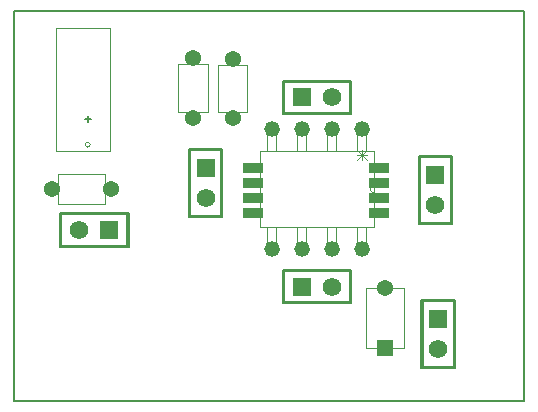
<source format=gbs>
G04*
G04 #@! TF.GenerationSoftware,Altium Limited,Altium Designer,21.0.8 (223)*
G04*
G04 Layer_Color=16711935*
%FSLAX25Y25*%
%MOIN*%
G70*
G04*
G04 #@! TF.SameCoordinates,E7718C12-BC85-45C8-BBF6-CE0E0CA18016*
G04*
G04*
G04 #@! TF.FilePolarity,Negative*
G04*
G01*
G75*
%ADD10C,0.00600*%
%ADD12C,0.00787*%
%ADD14C,0.00300*%
%ADD15C,0.00000*%
%ADD16C,0.00100*%
%ADD17C,0.05400*%
%ADD18C,0.06181*%
%ADD19R,0.06181X0.06181*%
%ADD20C,0.05200*%
%ADD21R,0.06181X0.06181*%
%ADD22R,0.05400X0.05400*%
%ADD26R,0.07100X0.03200*%
D10*
X153600Y233900D02*
X155600D01*
X154600Y232900D02*
Y234900D01*
D12*
X130000Y140000D02*
Y270000D01*
Y140000D02*
X300000D01*
Y270000D01*
X130000D02*
X300000D01*
X167784Y191803D02*
Y202197D01*
X145816D02*
X167784D01*
X145816Y191803D02*
Y202197D01*
Y191803D02*
X167784D01*
X275697Y199416D02*
Y221384D01*
X265303Y199416D02*
X275697D01*
X265303D02*
Y221384D01*
X275697D01*
X188703Y223584D02*
X199097D01*
X188703Y201616D02*
Y223584D01*
Y201616D02*
X199097D01*
Y223584D01*
X219916Y172903D02*
Y183297D01*
Y172903D02*
X241884D01*
Y183297D01*
X219916D02*
X241884D01*
X266203Y173284D02*
X276597D01*
X266203Y151316D02*
Y173284D01*
Y151316D02*
X276597D01*
Y173284D01*
X219916Y246397D02*
X241884D01*
Y236003D02*
Y246397D01*
X219916Y236003D02*
X241884D01*
X219916D02*
Y246397D01*
X168178Y191409D02*
Y202591D01*
X145422D02*
X168178D01*
X145422Y191409D02*
Y202591D01*
Y191409D02*
X168178D01*
X276091Y199022D02*
Y221778D01*
X264910Y199022D02*
X276091D01*
X264910D02*
Y221778D01*
X276091D01*
X188309Y223978D02*
X199491D01*
X188309Y201222D02*
Y223978D01*
Y201222D02*
X199491D01*
Y223978D01*
X219522Y172509D02*
Y183691D01*
Y172509D02*
X242278D01*
Y183691D01*
X219522D02*
X242278D01*
X265809Y173678D02*
X276991D01*
X265809Y150922D02*
Y173678D01*
Y150922D02*
X276991D01*
Y173678D01*
X219522Y246791D02*
X242278D01*
Y235610D02*
Y246791D01*
X219522Y235610D02*
X242278D01*
X219522D02*
Y246791D01*
D14*
X247565Y223550D02*
X244233Y220218D01*
Y223550D02*
X247565Y220218D01*
X245899Y223550D02*
Y220218D01*
X244233Y221884D02*
X247565D01*
D15*
X155400Y225400D02*
G03*
X155400Y225400I-800J0D01*
G01*
X249900Y211900D02*
G03*
X249900Y209500I0J-1200D01*
G01*
D16*
X143850Y223400D02*
X161950D01*
X143850D02*
Y264400D01*
X161950D01*
Y223400D02*
Y264400D01*
X184800Y236492D02*
X194600D01*
X184800Y252192D02*
X194600D01*
Y236492D02*
Y252192D01*
X184800Y236492D02*
Y252192D01*
X198000Y236392D02*
X207800D01*
X198000Y252093D02*
X207800D01*
Y236392D02*
Y252093D01*
X198000Y236392D02*
Y252093D01*
X144607Y205800D02*
Y215600D01*
X160308Y205800D02*
Y215600D01*
X144607Y205800D02*
X160308D01*
X144607Y215600D02*
X160308D01*
X211900Y223300D02*
X249900D01*
Y198100D02*
Y223300D01*
X211900Y198100D02*
X249900D01*
X211900D02*
Y223300D01*
X247500Y189100D02*
Y198100D01*
X244300Y189100D02*
X247500D01*
X244300D02*
Y198100D01*
X247500D01*
X237500Y189100D02*
Y198100D01*
X234300Y189100D02*
X237500D01*
X234300D02*
Y198100D01*
X237500D01*
X227500Y189100D02*
Y198100D01*
X224300Y189100D02*
X227500D01*
X224300D02*
Y198100D01*
X227500D01*
X217500Y189100D02*
Y198100D01*
X214300Y189100D02*
X217500D01*
X214300D02*
Y198100D01*
X217500D01*
X214300Y223300D02*
Y232300D01*
X217500D01*
Y223300D02*
Y232300D01*
X214300Y223300D02*
X217500D01*
X224300D02*
Y232300D01*
X227500D01*
Y223300D02*
Y232300D01*
X224300Y223300D02*
X227500D01*
X234300D02*
Y232300D01*
X237500D01*
Y223300D02*
Y232300D01*
X234300Y223300D02*
X237500D01*
X244300D02*
Y232300D01*
X247500D01*
Y223300D02*
Y232300D01*
X244300Y223300D02*
X247500D01*
X247450Y157600D02*
X259950D01*
X247450D02*
Y177600D01*
X259950D01*
Y157600D02*
Y177600D01*
D17*
X189700Y254185D02*
D03*
Y234500D02*
D03*
X202900Y254085D02*
D03*
Y234400D02*
D03*
X162300Y210700D02*
D03*
X142615D02*
D03*
X253700Y177600D02*
D03*
D18*
X151800Y197000D02*
D03*
X270500Y205400D02*
D03*
X193900Y207600D02*
D03*
X235900Y178100D02*
D03*
X271400Y157300D02*
D03*
X235900Y241200D02*
D03*
D19*
X161800Y197000D02*
D03*
X225900Y178100D02*
D03*
Y241200D02*
D03*
D20*
X245900Y190700D02*
D03*
X235900D02*
D03*
X225900D02*
D03*
X215900D02*
D03*
Y230700D02*
D03*
X225900D02*
D03*
X235900D02*
D03*
X245900D02*
D03*
D21*
X270500Y215400D02*
D03*
X193900Y217600D02*
D03*
X271400Y167300D02*
D03*
D22*
X253700Y157600D02*
D03*
D26*
X209834Y202600D02*
D03*
Y207600D02*
D03*
Y212600D02*
D03*
Y217600D02*
D03*
X251566D02*
D03*
Y212600D02*
D03*
Y207600D02*
D03*
Y202600D02*
D03*
M02*

</source>
